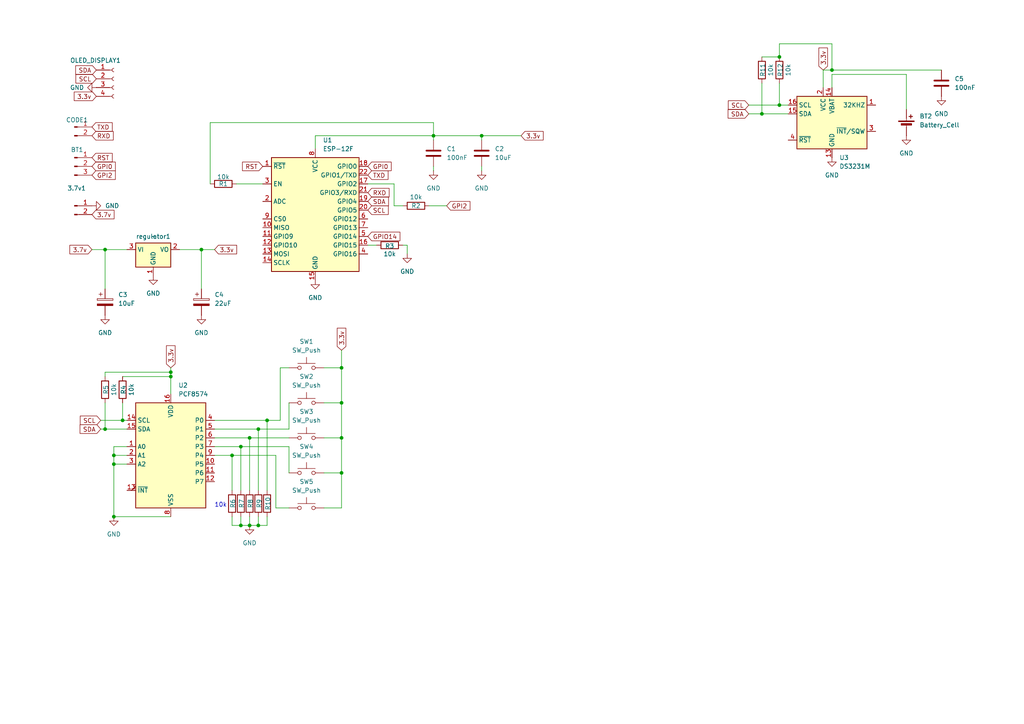
<source format=kicad_sch>
(kicad_sch (version 20250114) (generator "eeschema") (generator_version "9.0")
  (paper "A4")
  (lib_symbols
    (symbol "Connector:Conn_01x02_Pin" (pin_names (offset 1.016) (hide yes))
      (property "Reference" "J" (at 0 2.54 0))
      (property "Value" "Conn_01x02_Pin" (at 0 -5.08 0))
      (symbol "Conn_01x02_Pin_1_1"
        (rectangle (start 0.8636 0.127) (end 0 -0.127) (stroke (width 0.1524)) (fill (type outline)))
        (rectangle (start 0.8636 -2.413) (end 0 -2.667) (stroke (width 0.1524)) (fill (type outline)))
        (polyline (pts (xy 1.27 0) (xy 0.8636 0)) (stroke (width 0.1524)))
        (polyline (pts (xy 1.27 -2.54) (xy 0.8636 -2.54)) (stroke (width 0.1524)))
        (pin passive line (at 5.08 0 180) (length 3.81) (name "Pin_1") (number "1"))
        (pin passive line (at 5.08 -2.54 180) (length 3.81) (name "Pin_2") (number "2"))
      )
    )
    (symbol "Connector:Conn_01x03_Pin" (pin_names (offset 1.016) (hide yes))
      (property "Reference" "J" (at 0 5.08 0))
      (property "Value" "Conn_01x03_Pin" (at 0 -5.08 0))
      (symbol "Conn_01x03_Pin_1_1"
        (rectangle (start 0.8636 2.667) (end 0 2.413) (stroke (width 0.1524)) (fill (type outline)))
        (rectangle (start 0.8636 0.127) (end 0 -0.127) (stroke (width 0.1524)) (fill (type outline)))
        (rectangle (start 0.8636 -2.413) (end 0 -2.667) (stroke (width 0.1524)) (fill (type outline)))
        (polyline (pts (xy 1.27 2.54) (xy 0.8636 2.54)) (stroke (width 0.1524)))
        (polyline (pts (xy 1.27 0) (xy 0.8636 0)) (stroke (width 0.1524)))
        (polyline (pts (xy 1.27 -2.54) (xy 0.8636 -2.54)) (stroke (width 0.1524)))
        (pin passive line (at 5.08 2.54 180) (length 3.81) (name "Pin_1") (number "1"))
        (pin passive line (at 5.08 0 180) (length 3.81) (name "Pin_2") (number "2"))
        (pin passive line (at 5.08 -2.54 180) (length 3.81) (name "Pin_3") (number "3"))
      )
    )
    (symbol "Connector:Conn_01x04_Socket" (pin_names (offset 1.016) (hide yes))
      (property "Reference" "J" (at 0 5.08 0))
      (property "Value" "Conn_01x04_Socket" (at 0 -7.62 0))
      (symbol "Conn_01x04_Socket_1_1"
        (polyline (pts (xy -1.27 2.54) (xy -0.508 2.54)) (stroke (width 0.1524)))
        (polyline (pts (xy -1.27 0) (xy -0.508 0)) (stroke (width 0.1524)))
        (polyline (pts (xy -1.27 -2.54) (xy -0.508 -2.54)) (stroke (width 0.1524)))
        (polyline (pts (xy -1.27 -5.08) (xy -0.508 -5.08)) (stroke (width 0.1524)))
        (arc (start 0 2.032) (mid -0.5058 2.54) (end 0 3.048) (stroke (width 0.1524)))
        (arc (start 0 -0.508) (mid -0.5058 0) (end 0 0.508) (stroke (width 0.1524)))
        (arc (start 0 -3.048) (mid -0.5058 -2.54) (end 0 -2.032) (stroke (width 0.1524)))
        (arc (start 0 -5.588) (mid -0.5058 -5.08) (end 0 -4.572) (stroke (width 0.1524)))
        (pin passive line (at -5.08 2.54 0) (length 3.81) (name "Pin_1") (number "1"))
        (pin passive line (at -5.08 0 0) (length 3.81) (name "Pin_2") (number "2"))
        (pin passive line (at -5.08 -2.54 0) (length 3.81) (name "Pin_3") (number "3"))
        (pin passive line (at -5.08 -5.08 0) (length 3.81) (name "Pin_4") (number "4"))
      )
    )
    (symbol "Device:Battery_Cell" (pin_numbers (hide yes)) (pin_names (offset 0) (hide yes))
      (property "Reference" "BT" (at 2.54 2.54 0))
      (property "Value" "Battery_Cell" (at 2.54 0 0))
      (symbol "Battery_Cell_0_1"
        (rectangle (start -2.286 1.778) (end 2.286 1.524) (fill (type outline)))
        (rectangle (start -1.524 1.016) (end 1.524 0.508) (fill (type outline)))
        (polyline (pts (xy 0 1.778) (xy 0 2.54)))
        (polyline (pts (xy 0 0.762) (xy 0 0)))
        (polyline (pts (xy 0.762 3.048) (xy 1.778 3.048)) (stroke (width 0.254)))
        (polyline (pts (xy 1.27 3.556) (xy 1.27 2.54)) (stroke (width 0.254)))
      )
      (symbol "Battery_Cell_1_1"
        (pin passive line (at 0 5.08 270) (length 2.54) (name "+") (number "1"))
        (pin passive line (at 0 -2.54 90) (length 2.54) (name "-") (number "2"))
      )
    )
    (symbol "Device:C" (pin_numbers (hide yes)) (pin_names (offset 0.254))
      (property "Reference" "C" (at 0.635 2.54 0))
      (property "Value" "C" (at 0.635 -2.54 0))
      (symbol "C_0_1"
        (polyline (pts (xy -2.032 0.762) (xy 2.032 0.762)) (stroke (width 0.508)))
        (polyline (pts (xy -2.032 -0.762) (xy 2.032 -0.762)) (stroke (width 0.508)))
      )
      (symbol "C_1_1"
        (pin passive line (at 0 3.81 270) (length 2.794) (name "~") (number "1"))
        (pin passive line (at 0 -3.81 90) (length 2.794) (name "~") (number "2"))
      )
    )
    (symbol "Device:C_Polarized" (pin_numbers (hide yes)) (pin_names (offset 0.254))
      (property "Reference" "C" (at 0.635 2.54 0))
      (property "Value" "C_Polarized" (at 0.635 -2.54 0))
      (symbol "C_Polarized_0_1"
        (rectangle (start -2.286 0.508) (end 2.286 1.016))
        (polyline (pts (xy -1.778 2.286) (xy -0.762 2.286)))
        (polyline (pts (xy -1.27 2.794) (xy -1.27 1.778)))
        (rectangle (start 2.286 -0.508) (end -2.286 -1.016) (fill (type outline)))
      )
      (symbol "C_Polarized_1_1"
        (pin passive line (at 0 3.81 270) (length 2.794) (name "~") (number "1"))
        (pin passive line (at 0 -3.81 90) (length 2.794) (name "~") (number "2"))
      )
    )
    (symbol "Device:R" (pin_numbers (hide yes)) (pin_names (offset 0))
      (property "Reference" "R" (at 2.032 0 90))
      (property "Value" "R" (at 0 0 90))
      (symbol "R_0_1"
        (rectangle (start -1.016 -2.54) (end 1.016 2.54) (stroke (width 0.254)))
      )
      (symbol "R_1_1"
        (pin passive line (at 0 3.81 270) (length 1.27) (name "~") (number "1"))
        (pin passive line (at 0 -3.81 90) (length 1.27) (name "~") (number "2"))
      )
    )
    (symbol "Interface_Expansion:PCF8574"
      (property "Reference" "U" (at -8.89 16.51 0))
      (property "Value" "PCF8574" (at 2.54 16.51 0))
      (symbol "PCF8574_0_1"
        (rectangle (start -10.16 15.24) (end 10.16 -15.24) (stroke (width 0.254)) (fill (type background)))
      )
      (symbol "PCF8574_1_1"
        (pin input line (at -12.7 10.16 0) (length 2.54) (name "SCL") (number "14"))
        (pin bidirectional line (at -12.7 7.62 0) (length 2.54) (name "SDA") (number "15"))
        (pin input line (at -12.7 2.54 0) (length 2.54) (name "A0") (number "1"))
        (pin input line (at -12.7 0 0) (length 2.54) (name "A1") (number "2"))
        (pin input line (at -12.7 -2.54 0) (length 2.54) (name "A2") (number "3"))
        (pin open_collector output_low (at -12.7 -10.16 0) (length 2.54) (name "~{INT}") (number "13"))
        (pin power_in line (at 0 17.78 270) (length 2.54) (name "VDD") (number "16"))
        (pin power_in line (at 0 -17.78 90) (length 2.54) (name "VSS") (number "8"))
        (pin bidirectional line (at 12.7 10.16 180) (length 2.54) (name "P0") (number "4"))
        (pin bidirectional line (at 12.7 7.62 180) (length 2.54) (name "P1") (number "5"))
        (pin bidirectional line (at 12.7 5.08 180) (length 2.54) (name "P2") (number "6"))
        (pin bidirectional line (at 12.7 2.54 180) (length 2.54) (name "P3") (number "7"))
        (pin bidirectional line (at 12.7 0 180) (length 2.54) (name "P4") (number "9"))
        (pin bidirectional line (at 12.7 -2.54 180) (length 2.54) (name "P5") (number "10"))
        (pin bidirectional line (at 12.7 -5.08 180) (length 2.54) (name "P6") (number "11"))
        (pin bidirectional line (at 12.7 -7.62 180) (length 2.54) (name "P7") (number "12"))
      )
    )
    (symbol "RF_Module:ESP-12F"
      (property "Reference" "U" (at -12.7 19.05 0))
      (property "Value" "ESP-12F" (at 12.7 19.05 0))
      (symbol "ESP-12F_0_1"
        (rectangle (start -12.7 17.78) (end 12.7 -15.24) (stroke (width 0.254)) (fill (type background)))
      )
      (symbol "ESP-12F_1_1"
        (pin input line (at -15.24 15.24 0) (length 2.54) (name "~{RST}") (number "1"))
        (pin input line (at -15.24 10.16 0) (length 2.54) (name "EN") (number "3"))
        (pin input line (at -15.24 5.08 0) (length 2.54) (name "ADC") (number "2"))
        (pin input line (at -15.24 0 0) (length 2.54) (name "CS0") (number "9"))
        (pin bidirectional line (at -15.24 -2.54 0) (length 2.54) (name "MISO") (number "10"))
        (pin bidirectional line (at -15.24 -5.08 0) (length 2.54) (name "GPIO9") (number "11"))
        (pin bidirectional line (at -15.24 -7.62 0) (length 2.54) (name "GPIO10") (number "12"))
        (pin bidirectional line (at -15.24 -10.16 0) (length 2.54) (name "MOSI") (number "13"))
        (pin bidirectional line (at -15.24 -12.7 0) (length 2.54) (name "SCLK") (number "14"))
        (pin power_in line (at 0 20.32 270) (length 2.54) (name "VCC") (number "8"))
        (pin power_in line (at 0 -17.78 90) (length 2.54) (name "GND") (number "15"))
        (pin bidirectional line (at 15.24 15.24 180) (length 2.54) (name "GPIO0") (number "18"))
        (pin bidirectional line (at 15.24 12.7 180) (length 2.54) (name "GPIO1/TXD") (number "22"))
        (pin bidirectional line (at 15.24 10.16 180) (length 2.54) (name "GPIO2") (number "17"))
        (pin bidirectional line (at 15.24 7.62 180) (length 2.54) (name "GPIO3/RXD") (number "21"))
        (pin bidirectional line (at 15.24 5.08 180) (length 2.54) (name "GPIO4") (number "19"))
        (pin bidirectional line (at 15.24 2.54 180) (length 2.54) (name "GPIO5") (number "20"))
        (pin bidirectional line (at 15.24 0 180) (length 2.54) (name "GPIO12") (number "6"))
        (pin bidirectional line (at 15.24 -2.54 180) (length 2.54) (name "GPIO13") (number "7"))
        (pin bidirectional line (at 15.24 -5.08 180) (length 2.54) (name "GPIO14") (number "5"))
        (pin bidirectional line (at 15.24 -7.62 180) (length 2.54) (name "GPIO15") (number "16"))
        (pin bidirectional line (at 15.24 -10.16 180) (length 2.54) (name "GPIO16") (number "4"))
      )
    )
    (symbol "Regulator_Linear:AMS1117-3.3"
      (property "Reference" "U" (at -3.81 3.175 0))
      (property "Value" "AMS1117-3.3" (at 0 3.175 0))
      (symbol "AMS1117-3.3_0_1"
        (rectangle (start -5.08 -5.08) (end 5.08 1.905) (stroke (width 0.254)) (fill (type background)))
      )
      (symbol "AMS1117-3.3_1_1"
        (pin power_in line (at -7.62 0 0) (length 2.54) (name "VI") (number "3"))
        (pin power_in line (at 0 -7.62 90) (length 2.54) (name "GND") (number "1"))
        (pin power_out line (at 7.62 0 180) (length 2.54) (name "VO") (number "2"))
      )
    )
    (symbol "Switch:SW_Push" (pin_numbers (hide yes)) (pin_names (offset 1.016) (hide yes))
      (property "Reference" "SW" (at 1.27 2.54 0))
      (property "Value" "SW_Push" (at 0 -1.524 0))
      (symbol "SW_Push_0_1"
        (circle (center -2.032 0) (radius 0.508))
        (polyline (pts (xy 0 1.27) (xy 0 3.048)))
        (circle (center 2.032 0) (radius 0.508))
        (polyline (pts (xy 2.54 1.27) (xy -2.54 1.27)))
        (pin passive line (at -5.08 0 0) (length 2.54) (name "1") (number "1"))
        (pin passive line (at 5.08 0 180) (length 2.54) (name "2") (number "2"))
      )
    )
    (symbol "Timer_RTC:DS3231M"
      (property "Reference" "U" (at -7.62 8.89 0))
      (property "Value" "DS3231M" (at 10.16 8.89 0))
      (symbol "DS3231M_0_1"
        (rectangle (start -10.16 7.62) (end 10.16 -7.62) (stroke (width 0.254)) (fill (type background)))
      )
      (symbol "DS3231M_1_1"
        (pin input line (at -12.7 5.08 0) (length 2.54) (name "SCL") (number "16"))
        (pin bidirectional line (at -12.7 2.54 0) (length 2.54) (name "SDA") (number "15"))
        (pin bidirectional line (at -12.7 -5.08 0) (length 2.54) (name "~{RST}") (number "4"))
        (pin power_in line (at -2.54 10.16 270) (length 2.54) (name "VCC") (number "2"))
        (pin power_in line (at 0 10.16 270) (length 2.54) (name "VBAT") (number "14"))
        (pin passive line (at 0 -10.16 90) (length 2.54) (hide yes) (name "GND") (number "10"))
        (pin passive line (at 0 -10.16 90) (length 2.54) (hide yes) (name "GND") (number "11"))
        (pin passive line (at 0 -10.16 90) (length 2.54) (hide yes) (name "GND") (number "12"))
        (pin power_in line (at 0 -10.16 90) (length 2.54) (name "GND") (number "13"))
        (pin passive line (at 0 -10.16 90) (length 2.54) (hide yes) (name "GND") (number "5"))
        (pin passive line (at 0 -10.16 90) (length 2.54) (hide yes) (name "GND") (number "6"))
        (pin passive line (at 0 -10.16 90) (length 2.54) (hide yes) (name "GND") (number "7"))
        (pin passive line (at 0 -10.16 90) (length 2.54) (hide yes) (name "GND") (number "8"))
        (pin passive line (at 0 -10.16 90) (length 2.54) (hide yes) (name "GND") (number "9"))
        (pin open_collector line (at 12.7 5.08 180) (length 2.54) (name "32KHZ") (number "1"))
        (pin open_collector line (at 12.7 -2.54 180) (length 2.54) (name "~{INT}/SQW") (number "3"))
      )
    )
    (symbol "power:GND" (power) (pin_numbers (hide yes)) (pin_names (offset 0) (hide yes))
      (property "Value" "GND" (at 0 -3.81 0))
      (symbol "GND_0_1"
        (polyline (pts (xy 0 0) (xy 0 -1.27) (xy 1.27 -1.27) (xy 0 -2.54) (xy -1.27 -1.27) (xy 0 -1.27)))
      )
      (symbol "GND_1_1"
        (pin power_in line (at 0 0 270) (length 0) (name "~") (number "1"))
      )
    )
  )
  (text "10k" (at 64.008 146.558 0) (effects (font (size 1.27 1.27))))
  (junction (at 49.53 107.95))
  (junction (at 30.48 72.39))
  (junction (at 69.85 129.54))
  (junction (at 99.06 116.84))
  (junction (at 35.56 121.92))
  (junction (at 226.06 30.48))
  (junction (at 69.85 152.4))
  (junction (at 99.06 137.16))
  (junction (at 72.39 127))
  (junction (at 99.06 127))
  (junction (at 30.48 124.46))
  (junction (at 33.02 132.08))
  (junction (at 74.93 152.4))
  (junction (at 33.02 134.62))
  (junction (at 33.02 149.86))
  (junction (at 77.47 121.92))
  (junction (at 241.3 20.32))
  (junction (at 139.7 39.37))
  (junction (at 220.98 33.02))
  (junction (at 125.73 39.37))
  (junction (at 226.06 16.51))
  (junction (at 49.53 109.22))
  (junction (at 74.93 124.46))
  (junction (at 99.06 106.68))
  (junction (at 72.39 152.4))
  (junction (at 58.42 72.39))
  (junction (at 67.31 132.08))
  (wire (pts (xy 67.31 149.86) (xy 67.31 152.4)))
  (wire (pts (xy 139.7 40.64) (xy 139.7 39.37)))
  (wire (pts (xy 116.84 71.12) (xy 118.11 71.12)))
  (wire (pts (xy 93.98 147.32) (xy 99.06 147.32)))
  (wire (pts (xy 106.68 53.34) (xy 114.3 53.34)))
  (wire (pts (xy 67.31 132.08) (xy 80.01 132.08)))
  (wire (pts (xy 83.82 106.68) (xy 81.28 106.68)))
  (wire (pts (xy 30.48 116.84) (xy 30.48 124.46)))
  (wire (pts (xy 67.31 152.4) (xy 69.85 152.4)))
  (wire (pts (xy 30.48 72.39) (xy 30.48 83.82)))
  (wire (pts (xy 36.83 129.54) (xy 33.02 129.54)))
  (wire (pts (xy 220.98 16.51) (xy 226.06 16.51)))
  (wire (pts (xy 69.85 129.54) (xy 62.23 129.54)))
  (wire (pts (xy 35.56 109.22) (xy 49.53 109.22)))
  (wire (pts (xy 83.82 137.16) (xy 83.82 129.54)))
  (wire (pts (xy 62.23 132.08) (xy 67.31 132.08)))
  (wire (pts (xy 93.98 137.16) (xy 99.06 137.16)))
  (wire (pts (xy 62.23 127) (xy 72.39 127)))
  (wire (pts (xy 33.02 132.08) (xy 33.02 134.62)))
  (wire (pts (xy 74.93 149.86) (xy 74.93 152.4)))
  (wire (pts (xy 49.53 106.68) (xy 49.53 107.95)))
  (wire (pts (xy 262.89 21.59) (xy 241.3 21.59)))
  (wire (pts (xy 29.21 121.92) (xy 35.56 121.92)))
  (wire (pts (xy 77.47 121.92) (xy 62.23 121.92)))
  (wire (pts (xy 93.98 116.84) (xy 99.06 116.84)))
  (wire (pts (xy 33.02 132.08) (xy 36.83 132.08)))
  (wire (pts (xy 220.98 24.13) (xy 220.98 33.02)))
  (wire (pts (xy 29.21 124.46) (xy 30.48 124.46)))
  (wire (pts (xy 69.85 152.4) (xy 72.39 152.4)))
  (wire (pts (xy 35.56 116.84) (xy 35.56 121.92)))
  (wire (pts (xy 106.68 71.12) (xy 109.22 71.12)))
  (wire (pts (xy 30.48 124.46) (xy 36.83 124.46)))
  (wire (pts (xy 99.06 147.32) (xy 99.06 137.16)))
  (wire (pts (xy 30.48 109.22) (xy 30.48 107.95)))
  (wire (pts (xy 93.98 127) (xy 99.06 127)))
  (wire (pts (xy 99.06 106.68) (xy 99.06 101.6)))
  (wire (pts (xy 77.47 149.86) (xy 77.47 152.4)))
  (wire (pts (xy 30.48 72.39) (xy 36.83 72.39)))
  (wire (pts (xy 220.98 33.02) (xy 228.6 33.02)))
  (wire (pts (xy 93.98 106.68) (xy 99.06 106.68)))
  (wire (pts (xy 241.3 20.32) (xy 273.05 20.32)))
  (wire (pts (xy 81.28 121.92) (xy 77.47 121.92)))
  (wire (pts (xy 99.06 137.16) (xy 99.06 127)))
  (wire (pts (xy 91.44 39.37) (xy 91.44 43.18)))
  (wire (pts (xy 33.02 134.62) (xy 36.83 134.62)))
  (wire (pts (xy 139.7 39.37) (xy 125.73 39.37)))
  (wire (pts (xy 74.93 124.46) (xy 62.23 124.46)))
  (wire (pts (xy 49.53 107.95) (xy 49.53 109.22)))
  (wire (pts (xy 125.73 40.64) (xy 125.73 39.37)))
  (wire (pts (xy 33.02 134.62) (xy 33.02 149.86)))
  (wire (pts (xy 35.56 121.92) (xy 36.83 121.92)))
  (wire (pts (xy 125.73 48.26) (xy 125.73 49.53)))
  (wire (pts (xy 68.58 53.34) (xy 76.2 53.34)))
  (wire (pts (xy 62.23 72.39) (xy 58.42 72.39)))
  (wire (pts (xy 83.82 124.46) (xy 74.93 124.46)))
  (wire (pts (xy 139.7 39.37) (xy 151.13 39.37)))
  (wire (pts (xy 114.3 53.34) (xy 114.3 59.69)))
  (wire (pts (xy 125.73 35.56) (xy 125.73 39.37)))
  (wire (pts (xy 49.53 109.22) (xy 49.53 114.3)))
  (wire (pts (xy 69.85 149.86) (xy 69.85 152.4)))
  (wire (pts (xy 241.3 12.7) (xy 241.3 20.32)))
  (wire (pts (xy 241.3 21.59) (xy 241.3 25.4)))
  (wire (pts (xy 238.76 20.32) (xy 241.3 20.32)))
  (wire (pts (xy 226.06 30.48) (xy 228.6 30.48)))
  (wire (pts (xy 226.06 12.7) (xy 226.06 16.51)))
  (wire (pts (xy 74.93 124.46) (xy 74.93 142.24)))
  (wire (pts (xy 30.48 107.95) (xy 49.53 107.95)))
  (wire (pts (xy 125.73 39.37) (xy 91.44 39.37)))
  (wire (pts (xy 217.17 30.48) (xy 226.06 30.48)))
  (wire (pts (xy 77.47 121.92) (xy 77.47 142.24)))
  (wire (pts (xy 81.28 106.68) (xy 81.28 121.92)))
  (wire (pts (xy 26.67 72.39) (xy 30.48 72.39)))
  (wire (pts (xy 83.82 147.32) (xy 80.01 147.32)))
  (wire (pts (xy 67.31 142.24) (xy 67.31 132.08)))
  (wire (pts (xy 72.39 152.4) (xy 74.93 152.4)))
  (wire (pts (xy 238.76 25.4) (xy 238.76 20.32)))
  (wire (pts (xy 69.85 129.54) (xy 69.85 142.24)))
  (wire (pts (xy 139.7 48.26) (xy 139.7 49.53)))
  (wire (pts (xy 60.96 35.56) (xy 60.96 53.34)))
  (wire (pts (xy 58.42 72.39) (xy 52.07 72.39)))
  (wire (pts (xy 226.06 12.7) (xy 241.3 12.7)))
  (wire (pts (xy 72.39 149.86) (xy 72.39 152.4)))
  (wire (pts (xy 118.11 71.12) (xy 118.11 73.66)))
  (wire (pts (xy 226.06 24.13) (xy 226.06 30.48)))
  (wire (pts (xy 262.89 31.75) (xy 262.89 21.59)))
  (wire (pts (xy 80.01 147.32) (xy 80.01 132.08)))
  (wire (pts (xy 72.39 127) (xy 72.39 142.24)))
  (wire (pts (xy 58.42 72.39) (xy 58.42 83.82)))
  (wire (pts (xy 99.06 127) (xy 99.06 116.84)))
  (wire (pts (xy 99.06 116.84) (xy 99.06 106.68)))
  (wire (pts (xy 83.82 129.54) (xy 69.85 129.54)))
  (wire (pts (xy 114.3 59.69) (xy 116.84 59.69)))
  (wire (pts (xy 72.39 127) (xy 83.82 127)))
  (wire (pts (xy 124.46 59.69) (xy 129.54 59.69)))
  (wire (pts (xy 49.53 149.86) (xy 33.02 149.86)))
  (wire (pts (xy 33.02 129.54) (xy 33.02 132.08)))
  (wire (pts (xy 60.96 35.56) (xy 125.73 35.56)))
  (wire (pts (xy 83.82 116.84) (xy 83.82 124.46)))
  (wire (pts (xy 217.17 33.02) (xy 220.98 33.02)))
  (wire (pts (xy 74.93 152.4) (xy 77.47 152.4)))
  (global_label "SCL" (shape input) (at 106.68 60.96 0) (property "Intersheetrefs" "${INTERSHEET_REFS}" (effects (hide yes))))
  (global_label "RST" (shape input) (at 26.67 45.72 0) (property "Intersheetrefs" "${INTERSHEET_REFS}" (effects (hide yes))))
  (global_label "RST" (shape input) (at 76.2 48.26 180) (property "Intersheetrefs" "${INTERSHEET_REFS}" (effects (hide yes))))
  (global_label "3.3v" (shape input) (at 27.94 27.94 180) (property "Intersheetrefs" "${INTERSHEET_REFS}" (effects (hide yes))))
  (global_label "GPIO14" (shape input) (at 106.68 68.58 0) (property "Intersheetrefs" "${INTERSHEET_REFS}" (effects (hide yes))))
  (global_label "RXD" (shape input) (at 26.67 39.37 0) (property "Intersheetrefs" "${INTERSHEET_REFS}" (effects (hide yes))))
  (global_label "GPI0" (shape input) (at 106.68 48.26 0) (property "Intersheetrefs" "${INTERSHEET_REFS}" (effects (hide yes))))
  (global_label "SCL" (shape input) (at 217.17 30.48 180) (property "Intersheetrefs" "${INTERSHEET_REFS}" (effects (hide yes))))
  (global_label "GPI2" (shape input) (at 26.67 50.8 0) (property "Intersheetrefs" "${INTERSHEET_REFS}" (effects (hide yes))))
  (global_label "3.3v" (shape input) (at 49.53 106.68 90) (property "Intersheetrefs" "${INTERSHEET_REFS}" (effects (hide yes))))
  (global_label "TXD" (shape input) (at 106.68 50.8 0) (property "Intersheetrefs" "${INTERSHEET_REFS}" (effects (hide yes))))
  (global_label "SDA" (shape input) (at 217.17 33.02 180) (property "Intersheetrefs" "${INTERSHEET_REFS}" (effects (hide yes))))
  (global_label "SCL" (shape input) (at 29.21 121.92 180) (property "Intersheetrefs" "${INTERSHEET_REFS}" (effects (hide yes))))
  (global_label "TXD" (shape input) (at 26.67 36.83 0) (property "Intersheetrefs" "${INTERSHEET_REFS}" (effects (hide yes))))
  (global_label "3.3v" (shape input) (at 238.76 20.32 90) (property "Intersheetrefs" "${INTERSHEET_REFS}" (effects (hide yes))))
  (global_label "SDA" (shape input) (at 27.94 20.32 180) (property "Intersheetrefs" "${INTERSHEET_REFS}" (effects (hide yes))))
  (global_label "RXD" (shape input) (at 106.68 55.88 0) (property "Intersheetrefs" "${INTERSHEET_REFS}" (effects (hide yes))))
  (global_label "3.3v" (shape input) (at 62.23 72.39 0) (property "Intersheetrefs" "${INTERSHEET_REFS}" (effects (hide yes))))
  (global_label "GPI0" (shape input) (at 26.67 48.26 0) (property "Intersheetrefs" "${INTERSHEET_REFS}" (effects (hide yes))))
  (global_label "SDA" (shape input) (at 29.21 124.46 180) (property "Intersheetrefs" "${INTERSHEET_REFS}" (effects (hide yes))))
  (global_label "3.7v" (shape input) (at 26.67 72.39 180) (property "Intersheetrefs" "${INTERSHEET_REFS}" (effects (hide yes))))
  (global_label "GPI2" (shape input) (at 129.54 59.69 0) (property "Intersheetrefs" "${INTERSHEET_REFS}" (effects (hide yes))))
  (global_label "3.3v" (shape input) (at 99.06 101.6 90) (property "Intersheetrefs" "${INTERSHEET_REFS}" (effects (hide yes))))
  (global_label "SCL" (shape input) (at 27.94 22.86 180) (property "Intersheetrefs" "${INTERSHEET_REFS}" (effects (hide yes))))
  (global_label "3.7v" (shape input) (at 26.67 62.23 0) (property "Intersheetrefs" "${INTERSHEET_REFS}" (effects (hide yes))))
  (global_label "3.3v" (shape input) (at 151.13 39.37 0) (property "Intersheetrefs" "${INTERSHEET_REFS}" (effects (hide yes))))
  (global_label "SDA" (shape input) (at 106.68 58.42 0) (property "Intersheetrefs" "${INTERSHEET_REFS}" (effects (hide yes))))
  (symbol (lib_id "Device:C") (at 125.73 44.45 0) (unit 1)
    (property "Reference" "C1" (at 129.54 43.1799 0) (effects (justify left)))
    (property "Value" "100nF" (at 129.54 45.72 0) (effects (justify left)))
    (property "Footprint" "Capacitor_SMD:C_0805_2012Metric_Pad1.18x1.45mm_HandSolder" (effects (hide yes)))
    (property "Description" "Unpolarized capacitor" (effects (hide yes)))
  )
  (symbol (lib_id "Device:R") (at 72.39 146.05 180) (unit 1)
    (property "Reference" "R8" (at 72.644 146.05 90))
    (property "Value" "10K" (effects (hide yes)))
    (property "Footprint" "Resistor_SMD:R_0805_2012Metric_Pad1.20x1.40mm_HandSolder" (effects (hide yes)))
    (property "Description" "Resistor" (effects (hide yes)))
  )
  (symbol (lib_id "Switch:SW_Push") (at 88.9 127 0) (unit 1)
    (property "Reference" "SW3" (at 88.9 119.38 0))
    (property "Value" "SW_Push" (at 88.9 121.92 0))
    (property "Footprint" "Button_Switch_THT:SW_PUSH_6mm" (effects (hide yes)))
    (property "Description" "Push button switch, generic, two pins" (effects (hide yes)))
  )
  (symbol (lib_id "power:GND") (at 273.05 27.94 0) (unit 1)
    (property "Reference" "#PWR012" (effects (hide yes)))
    (property "Value" "GND" (at 273.05 33.02 0))
    (property "Description" "Power symbol creates a global label with name \"GND\" , ground" (effects (hide yes)))
  )
  (symbol (lib_id "Interface_Expansion:PCF8574") (at 49.53 132.08 0) (unit 1)
    (property "Reference" "U2" (at 51.7241 111.76 0) (effects (justify left)))
    (property "Value" "PCF8574" (at 51.7241 114.3 0) (effects (justify left)))
    (property "Footprint" "Package_SO:SOIC-16_3.9x9.9mm_P1.27mm" (effects (hide yes)))
    (property "Datasheet" "http://www.nxp.com/docs/en/data-sheet/PCF8574_PCF8574A.pdf" (effects (hide yes)))
    (property "Description" "8 Bit Port/Expander to I2C Bus, DIP/SOIC-16" (effects (hide yes)))
  )
  (symbol (lib_id "Device:R") (at 69.85 146.05 180) (unit 1)
    (property "Reference" "R7" (at 70.104 146.05 90))
    (property "Value" "10K" (effects (hide yes)))
    (property "Footprint" "Resistor_SMD:R_0805_2012Metric_Pad1.20x1.40mm_HandSolder" (effects (hide yes)))
    (property "Description" "Resistor" (effects (hide yes)))
  )
  (symbol (lib_id "Device:C_Polarized") (at 58.42 87.63 0) (unit 1)
    (property "Reference" "C4" (at 62.23 85.4709 0) (effects (justify left)))
    (property "Value" "22uF" (at 62.23 88.0109 0) (effects (justify left)))
    (property "Footprint" "Capacitor_Tantalum_SMD:CP_EIA-3528-15_AVX-H_Pad1.50x2.35mm_HandSolder" (effects (hide yes)))
    (property "Description" "Polarized capacitor" (effects (hide yes)))
  )
  (symbol (lib_id "Device:Battery_Cell") (at 262.89 36.83 0) (unit 1)
    (property "Reference" "BT2" (at 266.7 33.7184 0) (effects (justify left)))
    (property "Value" "Battery_Cell" (at 266.7 36.2584 0) (effects (justify left)))
    (property "Footprint" "Battery:BatteryHolder_Keystone_103_1x20mm" (effects (hide yes)))
    (property "Description" "Single-cell battery" (effects (hide yes)))
  )
  (symbol (lib_id "Regulator_Linear:AMS1117-3.3") (at 44.45 72.39 0) (unit 1)
    (property "Reference" "regulator1" (at 44.45 68.58 0))
    (property "Value" "~" (at 44.45 68.58 0))
    (property "Footprint" "Package_TO_SOT_SMD:SOT-223-3_TabPin2" (effects (hide yes)))
    (property "Datasheet" "http://www.advanced-monolithic.com/pdf/ds1117.pdf" (effects (hide yes)))
    (property "Description" "1A Low Dropout regulator, positive, 3.3V fixed output, SOT-223" (effects (hide yes)))
  )
  (symbol (lib_id "Switch:SW_Push") (at 88.9 106.68 0) (unit 1)
    (property "Reference" "SW1" (at 88.9 99.06 0))
    (property "Value" "SW_Push" (at 88.9 101.6 0))
    (property "Footprint" "Button_Switch_THT:SW_PUSH_6mm" (effects (hide yes)))
    (property "Description" "Push button switch, generic, two pins" (effects (hide yes)))
  )
  (symbol (lib_id "Connector:Conn_01x03_Pin") (at 21.59 48.26 0) (unit 1)
    (property "Reference" "BT1" (at 22.352 43.434 0))
    (property "Value" "Conn_01x03_Pin" (effects (hide yes)))
    (property "Footprint" "Connector_PinHeader_2.54mm:PinHeader_1x03_P2.54mm_Vertical" (effects (hide yes)))
    (property "Description" "Generic connector, single row, 01x03, script generated" (effects (hide yes)))
  )
  (symbol (lib_id "power:GND") (at 118.11 73.66 0) (unit 1)
    (property "Reference" "#PWR05" (effects (hide yes)))
    (property "Value" "GND" (at 118.11 78.74 0))
    (property "Description" "Power symbol creates a global label with name \"GND\" , ground" (effects (hide yes)))
  )
  (symbol (lib_id "Connector:Conn_01x02_Pin") (at 21.59 36.83 0) (unit 1)
    (property "Reference" "CODE1" (at 22.352 34.798 0))
    (property "Value" "Conn_01x02_Pin" (effects (hide yes)))
    (property "Footprint" "Connector_PinHeader_2.54mm:PinHeader_1x02_P2.54mm_Vertical" (effects (hide yes)))
    (property "Description" "Generic connector, single row, 01x02, script generated" (effects (hide yes)))
  )
  (symbol (lib_id "Device:R") (at 113.03 71.12 90) (unit 1)
    (property "Reference" "R3" (at 113.03 71.374 90))
    (property "Value" "10k" (at 113.03 73.66 90))
    (property "Footprint" "Resistor_SMD:R_0805_2012Metric_Pad1.20x1.40mm_HandSolder" (effects (hide yes)))
    (property "Description" "Resistor" (effects (hide yes)))
  )
  (symbol (lib_id "power:GND") (at 27.94 25.4 270) (unit 1)
    (property "Reference" "#PWR010" (effects (hide yes)))
    (property "Value" "GND" (at 24.384 25.4 90) (effects (justify right)))
    (property "Description" "Power symbol creates a global label with name \"GND\" , ground" (effects (hide yes)))
  )
  (symbol (lib_id "Switch:SW_Push") (at 88.9 147.32 0) (unit 1)
    (property "Reference" "SW5" (at 88.9 139.7 0))
    (property "Value" "SW_Push" (at 88.9 142.24 0))
    (property "Footprint" "Button_Switch_THT:SW_PUSH_6mm" (effects (hide yes)))
    (property "Description" "Push button switch, generic, two pins" (effects (hide yes)))
  )
  (symbol (lib_id "power:GND") (at 241.3 45.72 0) (unit 1)
    (property "Reference" "#PWR09" (effects (hide yes)))
    (property "Value" "GND" (at 241.3 50.8 0))
    (property "Description" "Power symbol creates a global label with name \"GND\" , ground" (effects (hide yes)))
  )
  (symbol (lib_id "Device:R") (at 35.56 113.03 180) (unit 1)
    (property "Reference" "R4" (at 35.814 113.03 90))
    (property "Value" "10k" (at 38.1 113.03 90))
    (property "Footprint" "Resistor_SMD:R_0805_2012Metric_Pad1.20x1.40mm_HandSolder" (effects (hide yes)))
    (property "Description" "Resistor" (effects (hide yes)))
  )
  (symbol (lib_id "power:GND") (at 26.67 59.69 90) (unit 1)
    (property "Reference" "#PWR07" (effects (hide yes)))
    (property "Value" "GND" (at 30.48 59.6899 90) (effects (justify right)))
    (property "Description" "Power symbol creates a global label with name \"GND\" , ground" (effects (hide yes)))
  )
  (symbol (lib_id "Device:R") (at 67.31 146.05 180) (unit 1)
    (property "Reference" "R6" (at 67.564 146.05 90))
    (property "Value" "10K" (effects (hide yes)))
    (property "Footprint" "Resistor_SMD:R_0805_2012Metric_Pad1.20x1.40mm_HandSolder" (effects (hide yes)))
    (property "Description" "Resistor" (effects (hide yes)))
  )
  (symbol (lib_id "power:GND") (at 139.7 49.53 0) (unit 1)
    (property "Reference" "#PWR03" (effects (hide yes)))
    (property "Value" "GND" (at 139.7 54.61 0))
    (property "Description" "Power symbol creates a global label with name \"GND\" , ground" (effects (hide yes)))
  )
  (symbol (lib_id "Device:R") (at 120.65 59.69 90) (unit 1)
    (property "Reference" "R2" (at 120.65 59.69 90))
    (property "Value" "10k" (at 120.65 57.15 90))
    (property "Footprint" "Resistor_SMD:R_0805_2012Metric_Pad1.20x1.40mm_HandSolder" (effects (hide yes)))
    (property "Description" "Resistor" (effects (hide yes)))
  )
  (symbol (lib_id "Device:R") (at 226.06 20.32 180) (unit 1)
    (property "Reference" "R12" (at 226.314 20.32 90))
    (property "Value" "10k" (at 228.6 20.32 90))
    (property "Footprint" "Resistor_SMD:R_0805_2012Metric_Pad1.20x1.40mm_HandSolder" (effects (hide yes)))
    (property "Description" "Resistor" (effects (hide yes)))
  )
  (symbol (lib_id "Device:R") (at 74.93 146.05 180) (unit 1)
    (property "Reference" "R9" (at 75.184 146.05 90))
    (property "Value" "10K" (effects (hide yes)))
    (property "Footprint" "Resistor_SMD:R_0805_2012Metric_Pad1.20x1.40mm_HandSolder" (effects (hide yes)))
    (property "Description" "Resistor" (effects (hide yes)))
  )
  (symbol (lib_id "power:GND") (at 262.89 39.37 0) (unit 1)
    (property "Reference" "#PWR011" (effects (hide yes)))
    (property "Value" "GND" (at 262.89 44.45 0))
    (property "Description" "Power symbol creates a global label with name \"GND\" , ground" (effects (hide yes)))
  )
  (symbol (lib_id "Connector:Conn_01x02_Pin") (at 21.59 59.69 0) (unit 1)
    (property "Reference" "3.7v1" (at 22.225 54.61 0))
    (property "Value" "LiPo" (effects (hide yes)))
    (property "Footprint" "Connector_PinHeader_2.54mm:PinHeader_1x02_P2.54mm_Vertical" (effects (hide yes)))
    (property "Description" "Generic connector, single row, 01x02, script generated" (effects (hide yes)))
  )
  (symbol (lib_id "power:GND") (at 58.42 91.44 0) (unit 1)
    (property "Reference" "#PWR08" (effects (hide yes)))
    (property "Value" "GND" (at 58.42 96.52 0))
    (property "Description" "Power symbol creates a global label with name \"GND\" , ground" (effects (hide yes)))
  )
  (symbol (lib_id "Device:R") (at 77.47 146.05 180) (unit 1)
    (property "Reference" "R10" (at 77.724 146.05 90))
    (property "Value" "10K" (effects (hide yes)))
    (property "Footprint" "Resistor_SMD:R_0805_2012Metric_Pad1.20x1.40mm_HandSolder" (effects (hide yes)))
    (property "Description" "Resistor" (effects (hide yes)))
  )
  (symbol (lib_id "Device:R") (at 64.77 53.34 90) (unit 1)
    (property "Reference" "R1" (at 64.77 53.34 90))
    (property "Value" "10k" (at 64.77 51.308 90))
    (property "Footprint" "Resistor_SMD:R_0805_2012Metric_Pad1.20x1.40mm_HandSolder" (effects (hide yes)))
    (property "Description" "Resistor" (effects (hide yes)))
  )
  (symbol (lib_id "Device:R") (at 220.98 20.32 180) (unit 1)
    (property "Reference" "R11" (at 221.234 20.32 90))
    (property "Value" "10k" (at 223.52 20.32 90))
    (property "Footprint" "Resistor_SMD:R_0805_2012Metric_Pad1.20x1.40mm_HandSolder" (effects (hide yes)))
    (property "Description" "Resistor" (effects (hide yes)))
  )
  (symbol (lib_id "Device:R") (at 30.48 113.03 180) (unit 1)
    (property "Reference" "R5" (at 30.734 113.03 90))
    (property "Value" "10k" (at 33.02 113.03 90))
    (property "Footprint" "Resistor_SMD:R_0805_2012Metric_Pad1.20x1.40mm_HandSolder" (effects (hide yes)))
    (property "Description" "Resistor" (effects (hide yes)))
  )
  (symbol (lib_id "power:GND") (at 125.73 49.53 0) (unit 1)
    (property "Reference" "#PWR02" (effects (hide yes)))
    (property "Value" "GND" (at 125.73 54.61 0))
    (property "Description" "Power symbol creates a global label with name \"GND\" , ground" (effects (hide yes)))
  )
  (symbol (lib_id "Switch:SW_Push") (at 88.9 137.16 0) (unit 1)
    (property "Reference" "SW4" (at 88.9 129.54 0))
    (property "Value" "SW_Push" (at 88.9 132.08 0))
    (property "Footprint" "Button_Switch_THT:SW_PUSH_6mm" (effects (hide yes)))
    (property "Description" "Push button switch, generic, two pins" (effects (hide yes)))
  )
  (symbol (lib_id "power:GND") (at 33.02 149.86 0) (unit 1)
    (property "Reference" "#PWR014" (effects (hide yes)))
    (property "Value" "GND" (at 33.02 154.94 0))
    (property "Description" "Power symbol creates a global label with name \"GND\" , ground" (effects (hide yes)))
  )
  (symbol (lib_id "Device:C") (at 273.05 24.13 0) (unit 1)
    (property "Reference" "C5" (at 276.86 22.8599 0) (effects (justify left)))
    (property "Value" "100nF" (at 276.86 25.4 0) (effects (justify left)))
    (property "Footprint" "Capacitor_SMD:C_0805_2012Metric_Pad1.18x1.45mm_HandSolder" (effects (hide yes)))
    (property "Description" "Unpolarized capacitor" (effects (hide yes)))
  )
  (symbol (lib_id "power:GND") (at 44.45 80.01 0) (unit 1)
    (property "Reference" "#PWR06" (effects (hide yes)))
    (property "Value" "GND" (at 44.45 85.09 0))
    (property "Description" "Power symbol creates a global label with name \"GND\" , ground" (effects (hide yes)))
  )
  (symbol (lib_id "power:GND") (at 91.44 81.28 0) (unit 1)
    (property "Reference" "#PWR01" (effects (hide yes)))
    (property "Value" "GND" (at 91.44 86.36 0))
    (property "Description" "Power symbol creates a global label with name \"GND\" , ground" (effects (hide yes)))
  )
  (symbol (lib_id "power:GND") (at 30.48 91.44 0) (unit 1)
    (property "Reference" "#PWR04" (effects (hide yes)))
    (property "Value" "GND" (at 30.48 96.52 0))
    (property "Description" "Power symbol creates a global label with name \"GND\" , ground" (effects (hide yes)))
  )
  (symbol (lib_id "Device:C") (at 139.7 44.45 0) (unit 1)
    (property "Reference" "C2" (at 143.51 43.1799 0) (effects (justify left)))
    (property "Value" "10uF" (at 143.51 45.7199 0) (effects (justify left)))
    (property "Footprint" "Capacitor_SMD:C_0805_2012Metric_Pad1.18x1.45mm_HandSolder" (effects (hide yes)))
    (property "Description" "Unpolarized capacitor" (effects (hide yes)))
  )
  (symbol (lib_id "Connector:Conn_01x04_Socket") (at 33.02 22.86 0) (unit 1)
    (property "Reference" "OLED_DISPLAY1" (at 20.32 17.526 0) (effects (justify left)))
    (property "Value" "Conn_01x04_Socket" (effects (hide yes)))
    (property "Footprint" "Connector_PinSocket_2.54mm:PinSocket_1x04_P2.54mm_Vertical" (effects (hide yes)))
    (property "Description" "Generic connector, single row, 01x04, script generated" (effects (hide yes)))
  )
  (symbol (lib_id "RF_Module:ESP-12F") (at 91.44 63.5 0) (unit 1)
    (property "Reference" "U1" (at 93.6341 40.64 0) (effects (justify left)))
    (property "Value" "ESP-12F" (at 93.6341 43.18 0) (effects (justify left)))
    (property "Footprint" "RF_Module:ESP-12E" (effects (hide yes)))
    (property "Datasheet" "http://wiki.ai-thinker.com/_media/esp8266/esp8266_series_modules_user_manual_v1.1.pdf" (effects (hide yes)))
    (property "Description" "802.11 b/g/n Wi-Fi Module" (effects (hide yes)))
  )
  (symbol (lib_id "Timer_RTC:DS3231M") (at 241.3 35.56 0) (unit 1)
    (property "Reference" "U3" (at 243.4433 45.72 0) (effects (justify left)))
    (property "Value" "DS3231M" (at 243.4433 48.26 0) (effects (justify left)))
    (property "Footprint" "Package_SO:SOIC-16W_7.5x10.3mm_P1.27mm" (effects (hide yes)))
    (property "Datasheet" "http://datasheets.maximintegrated.com/en/ds/DS3231.pdf" (effects (hide yes)))
    (property "Description" "Extremely Accurate I2C-Integrated RTC/TCXO/Crystal SOIC-16" (effects (hide yes)))
  )
  (symbol (lib_id "power:GND") (at 72.39 152.4 0) (unit 1)
    (property "Reference" "#PWR013" (effects (hide yes)))
    (property "Value" "GND" (at 72.39 157.48 0))
    (property "Description" "Power symbol creates a global label with name \"GND\" , ground" (effects (hide yes)))
  )
  (symbol (lib_id "Device:C_Polarized") (at 30.48 87.63 0) (unit 1)
    (property "Reference" "C3" (at 34.29 85.4709 0) (effects (justify left)))
    (property "Value" "10uF" (at 34.29 88.0109 0) (effects (justify left)))
    (property "Footprint" "Capacitor_Tantalum_SMD:CP_EIA-3528-15_AVX-H_Pad1.50x2.35mm_HandSolder" (effects (hide yes)))
    (property "Description" "Polarized capacitor" (effects (hide yes)))
  )
  (symbol (lib_id "Switch:SW_Push") (at 88.9 116.84 0) (unit 1)
    (property "Reference" "SW2" (at 88.9 109.22 0))
    (property "Value" "SW_Push" (at 88.9 111.76 0))
    (property "Footprint" "Button_Switch_THT:SW_PUSH_6mm" (effects (hide yes)))
    (property "Description" "Push button switch, generic, two pins" (effects (hide yes)))
  )
)
</source>
